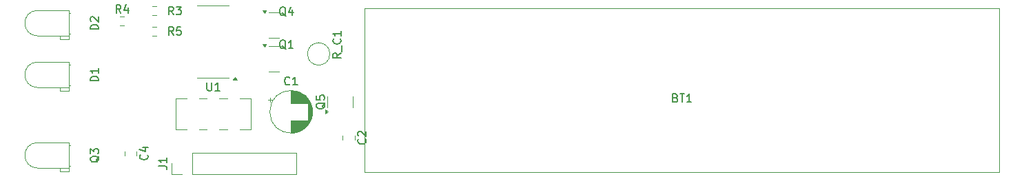
<source format=gbr>
%TF.GenerationSoftware,KiCad,Pcbnew,8.0.3-8.0.3-0~ubuntu20.04.1*%
%TF.CreationDate,2024-07-18T21:29:04-04:00*%
%TF.ProjectId,schematics,73636865-6d61-4746-9963-732e6b696361,rev?*%
%TF.SameCoordinates,Original*%
%TF.FileFunction,Legend,Top*%
%TF.FilePolarity,Positive*%
%FSLAX46Y46*%
G04 Gerber Fmt 4.6, Leading zero omitted, Abs format (unit mm)*
G04 Created by KiCad (PCBNEW 8.0.3-8.0.3-0~ubuntu20.04.1) date 2024-07-18 21:29:04*
%MOMM*%
%LPD*%
G01*
G04 APERTURE LIST*
%ADD10C,0.150000*%
%ADD11C,0.120000*%
G04 APERTURE END LIST*
D10*
X106481057Y-151019738D02*
X106433438Y-151114976D01*
X106433438Y-151114976D02*
X106338200Y-151210214D01*
X106338200Y-151210214D02*
X106195342Y-151353071D01*
X106195342Y-151353071D02*
X106147723Y-151448309D01*
X106147723Y-151448309D02*
X106147723Y-151543547D01*
X106385819Y-151495928D02*
X106338200Y-151591166D01*
X106338200Y-151591166D02*
X106242961Y-151686404D01*
X106242961Y-151686404D02*
X106052485Y-151734023D01*
X106052485Y-151734023D02*
X105719152Y-151734023D01*
X105719152Y-151734023D02*
X105528676Y-151686404D01*
X105528676Y-151686404D02*
X105433438Y-151591166D01*
X105433438Y-151591166D02*
X105385819Y-151495928D01*
X105385819Y-151495928D02*
X105385819Y-151305452D01*
X105385819Y-151305452D02*
X105433438Y-151210214D01*
X105433438Y-151210214D02*
X105528676Y-151114976D01*
X105528676Y-151114976D02*
X105719152Y-151067357D01*
X105719152Y-151067357D02*
X106052485Y-151067357D01*
X106052485Y-151067357D02*
X106242961Y-151114976D01*
X106242961Y-151114976D02*
X106338200Y-151210214D01*
X106338200Y-151210214D02*
X106385819Y-151305452D01*
X106385819Y-151305452D02*
X106385819Y-151495928D01*
X105385819Y-150162595D02*
X105385819Y-150638785D01*
X105385819Y-150638785D02*
X105862009Y-150686404D01*
X105862009Y-150686404D02*
X105814390Y-150638785D01*
X105814390Y-150638785D02*
X105766771Y-150543547D01*
X105766771Y-150543547D02*
X105766771Y-150305452D01*
X105766771Y-150305452D02*
X105814390Y-150210214D01*
X105814390Y-150210214D02*
X105862009Y-150162595D01*
X105862009Y-150162595D02*
X105957247Y-150114976D01*
X105957247Y-150114976D02*
X106195342Y-150114976D01*
X106195342Y-150114976D02*
X106290580Y-150162595D01*
X106290580Y-150162595D02*
X106338200Y-150210214D01*
X106338200Y-150210214D02*
X106385819Y-150305452D01*
X106385819Y-150305452D02*
X106385819Y-150543547D01*
X106385819Y-150543547D02*
X106338200Y-150638785D01*
X106338200Y-150638785D02*
X106290580Y-150686404D01*
X84589580Y-157414166D02*
X84637200Y-157461785D01*
X84637200Y-157461785D02*
X84684819Y-157604642D01*
X84684819Y-157604642D02*
X84684819Y-157699880D01*
X84684819Y-157699880D02*
X84637200Y-157842737D01*
X84637200Y-157842737D02*
X84541961Y-157937975D01*
X84541961Y-157937975D02*
X84446723Y-157985594D01*
X84446723Y-157985594D02*
X84256247Y-158033213D01*
X84256247Y-158033213D02*
X84113390Y-158033213D01*
X84113390Y-158033213D02*
X83922914Y-157985594D01*
X83922914Y-157985594D02*
X83827676Y-157937975D01*
X83827676Y-157937975D02*
X83732438Y-157842737D01*
X83732438Y-157842737D02*
X83684819Y-157699880D01*
X83684819Y-157699880D02*
X83684819Y-157604642D01*
X83684819Y-157604642D02*
X83732438Y-157461785D01*
X83732438Y-157461785D02*
X83780057Y-157414166D01*
X84018152Y-156557023D02*
X84684819Y-156557023D01*
X83637200Y-156795118D02*
X84351485Y-157033213D01*
X84351485Y-157033213D02*
X84351485Y-156414166D01*
X111386580Y-155487666D02*
X111434200Y-155535285D01*
X111434200Y-155535285D02*
X111481819Y-155678142D01*
X111481819Y-155678142D02*
X111481819Y-155773380D01*
X111481819Y-155773380D02*
X111434200Y-155916237D01*
X111434200Y-155916237D02*
X111338961Y-156011475D01*
X111338961Y-156011475D02*
X111243723Y-156059094D01*
X111243723Y-156059094D02*
X111053247Y-156106713D01*
X111053247Y-156106713D02*
X110910390Y-156106713D01*
X110910390Y-156106713D02*
X110719914Y-156059094D01*
X110719914Y-156059094D02*
X110624676Y-156011475D01*
X110624676Y-156011475D02*
X110529438Y-155916237D01*
X110529438Y-155916237D02*
X110481819Y-155773380D01*
X110481819Y-155773380D02*
X110481819Y-155678142D01*
X110481819Y-155678142D02*
X110529438Y-155535285D01*
X110529438Y-155535285D02*
X110577057Y-155487666D01*
X110577057Y-155106713D02*
X110529438Y-155059094D01*
X110529438Y-155059094D02*
X110481819Y-154963856D01*
X110481819Y-154963856D02*
X110481819Y-154725761D01*
X110481819Y-154725761D02*
X110529438Y-154630523D01*
X110529438Y-154630523D02*
X110577057Y-154582904D01*
X110577057Y-154582904D02*
X110672295Y-154535285D01*
X110672295Y-154535285D02*
X110767533Y-154535285D01*
X110767533Y-154535285D02*
X110910390Y-154582904D01*
X110910390Y-154582904D02*
X111481819Y-155154332D01*
X111481819Y-155154332D02*
X111481819Y-154535285D01*
X108404819Y-144938619D02*
X107928628Y-145271952D01*
X108404819Y-145510047D02*
X107404819Y-145510047D01*
X107404819Y-145510047D02*
X107404819Y-145129095D01*
X107404819Y-145129095D02*
X107452438Y-145033857D01*
X107452438Y-145033857D02*
X107500057Y-144986238D01*
X107500057Y-144986238D02*
X107595295Y-144938619D01*
X107595295Y-144938619D02*
X107738152Y-144938619D01*
X107738152Y-144938619D02*
X107833390Y-144986238D01*
X107833390Y-144986238D02*
X107881009Y-145033857D01*
X107881009Y-145033857D02*
X107928628Y-145129095D01*
X107928628Y-145129095D02*
X107928628Y-145510047D01*
X108500057Y-144748143D02*
X108500057Y-143986238D01*
X108309580Y-143176714D02*
X108357200Y-143224333D01*
X108357200Y-143224333D02*
X108404819Y-143367190D01*
X108404819Y-143367190D02*
X108404819Y-143462428D01*
X108404819Y-143462428D02*
X108357200Y-143605285D01*
X108357200Y-143605285D02*
X108261961Y-143700523D01*
X108261961Y-143700523D02*
X108166723Y-143748142D01*
X108166723Y-143748142D02*
X107976247Y-143795761D01*
X107976247Y-143795761D02*
X107833390Y-143795761D01*
X107833390Y-143795761D02*
X107642914Y-143748142D01*
X107642914Y-143748142D02*
X107547676Y-143700523D01*
X107547676Y-143700523D02*
X107452438Y-143605285D01*
X107452438Y-143605285D02*
X107404819Y-143462428D01*
X107404819Y-143462428D02*
X107404819Y-143367190D01*
X107404819Y-143367190D02*
X107452438Y-143224333D01*
X107452438Y-143224333D02*
X107500057Y-143176714D01*
X108404819Y-142224333D02*
X108404819Y-142795761D01*
X108404819Y-142510047D02*
X107404819Y-142510047D01*
X107404819Y-142510047D02*
X107547676Y-142605285D01*
X107547676Y-142605285D02*
X107642914Y-142700523D01*
X107642914Y-142700523D02*
X107690533Y-142795761D01*
X101631761Y-144441057D02*
X101536523Y-144393438D01*
X101536523Y-144393438D02*
X101441285Y-144298200D01*
X101441285Y-144298200D02*
X101298428Y-144155342D01*
X101298428Y-144155342D02*
X101203190Y-144107723D01*
X101203190Y-144107723D02*
X101107952Y-144107723D01*
X101155571Y-144345819D02*
X101060333Y-144298200D01*
X101060333Y-144298200D02*
X100965095Y-144202961D01*
X100965095Y-144202961D02*
X100917476Y-144012485D01*
X100917476Y-144012485D02*
X100917476Y-143679152D01*
X100917476Y-143679152D02*
X100965095Y-143488676D01*
X100965095Y-143488676D02*
X101060333Y-143393438D01*
X101060333Y-143393438D02*
X101155571Y-143345819D01*
X101155571Y-143345819D02*
X101346047Y-143345819D01*
X101346047Y-143345819D02*
X101441285Y-143393438D01*
X101441285Y-143393438D02*
X101536523Y-143488676D01*
X101536523Y-143488676D02*
X101584142Y-143679152D01*
X101584142Y-143679152D02*
X101584142Y-144012485D01*
X101584142Y-144012485D02*
X101536523Y-144202961D01*
X101536523Y-144202961D02*
X101441285Y-144298200D01*
X101441285Y-144298200D02*
X101346047Y-144345819D01*
X101346047Y-144345819D02*
X101155571Y-144345819D01*
X102536523Y-144345819D02*
X101965095Y-144345819D01*
X102250809Y-144345819D02*
X102250809Y-143345819D01*
X102250809Y-143345819D02*
X102155571Y-143488676D01*
X102155571Y-143488676D02*
X102060333Y-143583914D01*
X102060333Y-143583914D02*
X101965095Y-143631533D01*
X86024819Y-158829333D02*
X86739104Y-158829333D01*
X86739104Y-158829333D02*
X86881961Y-158876952D01*
X86881961Y-158876952D02*
X86977200Y-158972190D01*
X86977200Y-158972190D02*
X87024819Y-159115047D01*
X87024819Y-159115047D02*
X87024819Y-159210285D01*
X87024819Y-157829333D02*
X87024819Y-158400761D01*
X87024819Y-158115047D02*
X86024819Y-158115047D01*
X86024819Y-158115047D02*
X86167676Y-158210285D01*
X86167676Y-158210285D02*
X86262914Y-158305523D01*
X86262914Y-158305523D02*
X86310533Y-158400761D01*
X101631761Y-140377057D02*
X101536523Y-140329438D01*
X101536523Y-140329438D02*
X101441285Y-140234200D01*
X101441285Y-140234200D02*
X101298428Y-140091342D01*
X101298428Y-140091342D02*
X101203190Y-140043723D01*
X101203190Y-140043723D02*
X101107952Y-140043723D01*
X101155571Y-140281819D02*
X101060333Y-140234200D01*
X101060333Y-140234200D02*
X100965095Y-140138961D01*
X100965095Y-140138961D02*
X100917476Y-139948485D01*
X100917476Y-139948485D02*
X100917476Y-139615152D01*
X100917476Y-139615152D02*
X100965095Y-139424676D01*
X100965095Y-139424676D02*
X101060333Y-139329438D01*
X101060333Y-139329438D02*
X101155571Y-139281819D01*
X101155571Y-139281819D02*
X101346047Y-139281819D01*
X101346047Y-139281819D02*
X101441285Y-139329438D01*
X101441285Y-139329438D02*
X101536523Y-139424676D01*
X101536523Y-139424676D02*
X101584142Y-139615152D01*
X101584142Y-139615152D02*
X101584142Y-139948485D01*
X101584142Y-139948485D02*
X101536523Y-140138961D01*
X101536523Y-140138961D02*
X101441285Y-140234200D01*
X101441285Y-140234200D02*
X101346047Y-140281819D01*
X101346047Y-140281819D02*
X101155571Y-140281819D01*
X102441285Y-139615152D02*
X102441285Y-140281819D01*
X102203190Y-139234200D02*
X101965095Y-139948485D01*
X101965095Y-139948485D02*
X102584142Y-139948485D01*
X87833333Y-142704819D02*
X87500000Y-142228628D01*
X87261905Y-142704819D02*
X87261905Y-141704819D01*
X87261905Y-141704819D02*
X87642857Y-141704819D01*
X87642857Y-141704819D02*
X87738095Y-141752438D01*
X87738095Y-141752438D02*
X87785714Y-141800057D01*
X87785714Y-141800057D02*
X87833333Y-141895295D01*
X87833333Y-141895295D02*
X87833333Y-142038152D01*
X87833333Y-142038152D02*
X87785714Y-142133390D01*
X87785714Y-142133390D02*
X87738095Y-142181009D01*
X87738095Y-142181009D02*
X87642857Y-142228628D01*
X87642857Y-142228628D02*
X87261905Y-142228628D01*
X88738095Y-141704819D02*
X88261905Y-141704819D01*
X88261905Y-141704819D02*
X88214286Y-142181009D01*
X88214286Y-142181009D02*
X88261905Y-142133390D01*
X88261905Y-142133390D02*
X88357143Y-142085771D01*
X88357143Y-142085771D02*
X88595238Y-142085771D01*
X88595238Y-142085771D02*
X88690476Y-142133390D01*
X88690476Y-142133390D02*
X88738095Y-142181009D01*
X88738095Y-142181009D02*
X88785714Y-142276247D01*
X88785714Y-142276247D02*
X88785714Y-142514342D01*
X88785714Y-142514342D02*
X88738095Y-142609580D01*
X88738095Y-142609580D02*
X88690476Y-142657200D01*
X88690476Y-142657200D02*
X88595238Y-142704819D01*
X88595238Y-142704819D02*
X88357143Y-142704819D01*
X88357143Y-142704819D02*
X88261905Y-142657200D01*
X88261905Y-142657200D02*
X88214286Y-142609580D01*
X102113221Y-148755580D02*
X102065602Y-148803200D01*
X102065602Y-148803200D02*
X101922745Y-148850819D01*
X101922745Y-148850819D02*
X101827507Y-148850819D01*
X101827507Y-148850819D02*
X101684650Y-148803200D01*
X101684650Y-148803200D02*
X101589412Y-148707961D01*
X101589412Y-148707961D02*
X101541793Y-148612723D01*
X101541793Y-148612723D02*
X101494174Y-148422247D01*
X101494174Y-148422247D02*
X101494174Y-148279390D01*
X101494174Y-148279390D02*
X101541793Y-148088914D01*
X101541793Y-148088914D02*
X101589412Y-147993676D01*
X101589412Y-147993676D02*
X101684650Y-147898438D01*
X101684650Y-147898438D02*
X101827507Y-147850819D01*
X101827507Y-147850819D02*
X101922745Y-147850819D01*
X101922745Y-147850819D02*
X102065602Y-147898438D01*
X102065602Y-147898438D02*
X102113221Y-147946057D01*
X103065602Y-148850819D02*
X102494174Y-148850819D01*
X102779888Y-148850819D02*
X102779888Y-147850819D01*
X102779888Y-147850819D02*
X102684650Y-147993676D01*
X102684650Y-147993676D02*
X102589412Y-148088914D01*
X102589412Y-148088914D02*
X102494174Y-148136533D01*
X81367333Y-139994819D02*
X81034000Y-139518628D01*
X80795905Y-139994819D02*
X80795905Y-138994819D01*
X80795905Y-138994819D02*
X81176857Y-138994819D01*
X81176857Y-138994819D02*
X81272095Y-139042438D01*
X81272095Y-139042438D02*
X81319714Y-139090057D01*
X81319714Y-139090057D02*
X81367333Y-139185295D01*
X81367333Y-139185295D02*
X81367333Y-139328152D01*
X81367333Y-139328152D02*
X81319714Y-139423390D01*
X81319714Y-139423390D02*
X81272095Y-139471009D01*
X81272095Y-139471009D02*
X81176857Y-139518628D01*
X81176857Y-139518628D02*
X80795905Y-139518628D01*
X82224476Y-139328152D02*
X82224476Y-139994819D01*
X81986381Y-138947200D02*
X81748286Y-139661485D01*
X81748286Y-139661485D02*
X82367333Y-139661485D01*
X78614819Y-148332094D02*
X77614819Y-148332094D01*
X77614819Y-148332094D02*
X77614819Y-148093999D01*
X77614819Y-148093999D02*
X77662438Y-147951142D01*
X77662438Y-147951142D02*
X77757676Y-147855904D01*
X77757676Y-147855904D02*
X77852914Y-147808285D01*
X77852914Y-147808285D02*
X78043390Y-147760666D01*
X78043390Y-147760666D02*
X78186247Y-147760666D01*
X78186247Y-147760666D02*
X78376723Y-147808285D01*
X78376723Y-147808285D02*
X78471961Y-147855904D01*
X78471961Y-147855904D02*
X78567200Y-147951142D01*
X78567200Y-147951142D02*
X78614819Y-148093999D01*
X78614819Y-148093999D02*
X78614819Y-148332094D01*
X78614819Y-146808285D02*
X78614819Y-147379713D01*
X78614819Y-147093999D02*
X77614819Y-147093999D01*
X77614819Y-147093999D02*
X77757676Y-147189237D01*
X77757676Y-147189237D02*
X77852914Y-147284475D01*
X77852914Y-147284475D02*
X77900533Y-147379713D01*
X91948095Y-148552819D02*
X91948095Y-149362342D01*
X91948095Y-149362342D02*
X91995714Y-149457580D01*
X91995714Y-149457580D02*
X92043333Y-149505200D01*
X92043333Y-149505200D02*
X92138571Y-149552819D01*
X92138571Y-149552819D02*
X92329047Y-149552819D01*
X92329047Y-149552819D02*
X92424285Y-149505200D01*
X92424285Y-149505200D02*
X92471904Y-149457580D01*
X92471904Y-149457580D02*
X92519523Y-149362342D01*
X92519523Y-149362342D02*
X92519523Y-148552819D01*
X93519523Y-149552819D02*
X92948095Y-149552819D01*
X93233809Y-149552819D02*
X93233809Y-148552819D01*
X93233809Y-148552819D02*
X93138571Y-148695676D01*
X93138571Y-148695676D02*
X93043333Y-148790914D01*
X93043333Y-148790914D02*
X92948095Y-148838533D01*
X78614819Y-141982094D02*
X77614819Y-141982094D01*
X77614819Y-141982094D02*
X77614819Y-141743999D01*
X77614819Y-141743999D02*
X77662438Y-141601142D01*
X77662438Y-141601142D02*
X77757676Y-141505904D01*
X77757676Y-141505904D02*
X77852914Y-141458285D01*
X77852914Y-141458285D02*
X78043390Y-141410666D01*
X78043390Y-141410666D02*
X78186247Y-141410666D01*
X78186247Y-141410666D02*
X78376723Y-141458285D01*
X78376723Y-141458285D02*
X78471961Y-141505904D01*
X78471961Y-141505904D02*
X78567200Y-141601142D01*
X78567200Y-141601142D02*
X78614819Y-141743999D01*
X78614819Y-141743999D02*
X78614819Y-141982094D01*
X77710057Y-141029713D02*
X77662438Y-140982094D01*
X77662438Y-140982094D02*
X77614819Y-140886856D01*
X77614819Y-140886856D02*
X77614819Y-140648761D01*
X77614819Y-140648761D02*
X77662438Y-140553523D01*
X77662438Y-140553523D02*
X77710057Y-140505904D01*
X77710057Y-140505904D02*
X77805295Y-140458285D01*
X77805295Y-140458285D02*
X77900533Y-140458285D01*
X77900533Y-140458285D02*
X78043390Y-140505904D01*
X78043390Y-140505904D02*
X78614819Y-141077332D01*
X78614819Y-141077332D02*
X78614819Y-140458285D01*
X78710057Y-157595238D02*
X78662438Y-157690476D01*
X78662438Y-157690476D02*
X78567200Y-157785714D01*
X78567200Y-157785714D02*
X78424342Y-157928571D01*
X78424342Y-157928571D02*
X78376723Y-158023809D01*
X78376723Y-158023809D02*
X78376723Y-158119047D01*
X78614819Y-158071428D02*
X78567200Y-158166666D01*
X78567200Y-158166666D02*
X78471961Y-158261904D01*
X78471961Y-158261904D02*
X78281485Y-158309523D01*
X78281485Y-158309523D02*
X77948152Y-158309523D01*
X77948152Y-158309523D02*
X77757676Y-158261904D01*
X77757676Y-158261904D02*
X77662438Y-158166666D01*
X77662438Y-158166666D02*
X77614819Y-158071428D01*
X77614819Y-158071428D02*
X77614819Y-157880952D01*
X77614819Y-157880952D02*
X77662438Y-157785714D01*
X77662438Y-157785714D02*
X77757676Y-157690476D01*
X77757676Y-157690476D02*
X77948152Y-157642857D01*
X77948152Y-157642857D02*
X78281485Y-157642857D01*
X78281485Y-157642857D02*
X78471961Y-157690476D01*
X78471961Y-157690476D02*
X78567200Y-157785714D01*
X78567200Y-157785714D02*
X78614819Y-157880952D01*
X78614819Y-157880952D02*
X78614819Y-158071428D01*
X77614819Y-157309523D02*
X77614819Y-156690476D01*
X77614819Y-156690476D02*
X77995771Y-157023809D01*
X77995771Y-157023809D02*
X77995771Y-156880952D01*
X77995771Y-156880952D02*
X78043390Y-156785714D01*
X78043390Y-156785714D02*
X78091009Y-156738095D01*
X78091009Y-156738095D02*
X78186247Y-156690476D01*
X78186247Y-156690476D02*
X78424342Y-156690476D01*
X78424342Y-156690476D02*
X78519580Y-156738095D01*
X78519580Y-156738095D02*
X78567200Y-156785714D01*
X78567200Y-156785714D02*
X78614819Y-156880952D01*
X78614819Y-156880952D02*
X78614819Y-157166666D01*
X78614819Y-157166666D02*
X78567200Y-157261904D01*
X78567200Y-157261904D02*
X78519580Y-157309523D01*
X87833333Y-140204819D02*
X87500000Y-139728628D01*
X87261905Y-140204819D02*
X87261905Y-139204819D01*
X87261905Y-139204819D02*
X87642857Y-139204819D01*
X87642857Y-139204819D02*
X87738095Y-139252438D01*
X87738095Y-139252438D02*
X87785714Y-139300057D01*
X87785714Y-139300057D02*
X87833333Y-139395295D01*
X87833333Y-139395295D02*
X87833333Y-139538152D01*
X87833333Y-139538152D02*
X87785714Y-139633390D01*
X87785714Y-139633390D02*
X87738095Y-139681009D01*
X87738095Y-139681009D02*
X87642857Y-139728628D01*
X87642857Y-139728628D02*
X87261905Y-139728628D01*
X88166667Y-139204819D02*
X88785714Y-139204819D01*
X88785714Y-139204819D02*
X88452381Y-139585771D01*
X88452381Y-139585771D02*
X88595238Y-139585771D01*
X88595238Y-139585771D02*
X88690476Y-139633390D01*
X88690476Y-139633390D02*
X88738095Y-139681009D01*
X88738095Y-139681009D02*
X88785714Y-139776247D01*
X88785714Y-139776247D02*
X88785714Y-140014342D01*
X88785714Y-140014342D02*
X88738095Y-140109580D01*
X88738095Y-140109580D02*
X88690476Y-140157200D01*
X88690476Y-140157200D02*
X88595238Y-140204819D01*
X88595238Y-140204819D02*
X88309524Y-140204819D01*
X88309524Y-140204819D02*
X88214286Y-140157200D01*
X88214286Y-140157200D02*
X88166667Y-140109580D01*
X149514285Y-150431009D02*
X149657142Y-150478628D01*
X149657142Y-150478628D02*
X149704761Y-150526247D01*
X149704761Y-150526247D02*
X149752380Y-150621485D01*
X149752380Y-150621485D02*
X149752380Y-150764342D01*
X149752380Y-150764342D02*
X149704761Y-150859580D01*
X149704761Y-150859580D02*
X149657142Y-150907200D01*
X149657142Y-150907200D02*
X149561904Y-150954819D01*
X149561904Y-150954819D02*
X149180952Y-150954819D01*
X149180952Y-150954819D02*
X149180952Y-149954819D01*
X149180952Y-149954819D02*
X149514285Y-149954819D01*
X149514285Y-149954819D02*
X149609523Y-150002438D01*
X149609523Y-150002438D02*
X149657142Y-150050057D01*
X149657142Y-150050057D02*
X149704761Y-150145295D01*
X149704761Y-150145295D02*
X149704761Y-150240533D01*
X149704761Y-150240533D02*
X149657142Y-150335771D01*
X149657142Y-150335771D02*
X149609523Y-150383390D01*
X149609523Y-150383390D02*
X149514285Y-150431009D01*
X149514285Y-150431009D02*
X149180952Y-150431009D01*
X150038095Y-149954819D02*
X150609523Y-149954819D01*
X150323809Y-150954819D02*
X150323809Y-149954819D01*
X151466666Y-150954819D02*
X150895238Y-150954819D01*
X151180952Y-150954819D02*
X151180952Y-149954819D01*
X151180952Y-149954819D02*
X151085714Y-150097676D01*
X151085714Y-150097676D02*
X150990476Y-150192914D01*
X150990476Y-150192914D02*
X150895238Y-150240533D01*
D11*
%TO.C,Q5*%
X109891000Y-150924500D02*
X109891000Y-150274500D01*
X109891000Y-150924500D02*
X109891000Y-151574500D01*
X106771000Y-150924500D02*
X106771000Y-150274500D01*
X106771000Y-150924500D02*
X106771000Y-151574500D01*
X106821000Y-152087000D02*
X106491000Y-152327000D01*
X106491000Y-151847000D01*
X106821000Y-152087000D01*
G36*
X106821000Y-152087000D02*
G01*
X106491000Y-152327000D01*
X106491000Y-151847000D01*
X106821000Y-152087000D01*
G37*
%TO.C,C4*%
X83285000Y-156986248D02*
X83285000Y-157508752D01*
X81815000Y-156986248D02*
X81815000Y-157508752D01*
%TO.C,C2*%
X110082000Y-155059748D02*
X110082000Y-155582252D01*
X108612000Y-155059748D02*
X108612000Y-155582252D01*
%TO.C,R_C1*%
X105664000Y-143664000D02*
X105664000Y-143594000D01*
X107034000Y-145034000D02*
G75*
G02*
X104294000Y-145034000I-1370000J0D01*
G01*
X104294000Y-145034000D02*
G75*
G02*
X107034000Y-145034000I1370000J0D01*
G01*
%TO.C,Q1*%
X100154500Y-144109000D02*
X99504500Y-144109000D01*
X100154500Y-144109000D02*
X100804500Y-144109000D01*
X100154500Y-147229000D02*
X99504500Y-147229000D01*
X100154500Y-147229000D02*
X100804500Y-147229000D01*
X98992000Y-144159000D02*
X98752000Y-143829000D01*
X99232000Y-143829000D01*
X98992000Y-144159000D01*
G36*
X98992000Y-144159000D02*
G01*
X98752000Y-143829000D01*
X99232000Y-143829000D01*
X98992000Y-144159000D01*
G37*
%TO.C,J1*%
X87570000Y-159826000D02*
X87570000Y-158496000D01*
X88900000Y-159826000D02*
X87570000Y-159826000D01*
X90170000Y-157166000D02*
X102930000Y-157166000D01*
X90170000Y-159826000D02*
X90170000Y-157166000D01*
X90170000Y-159826000D02*
X102930000Y-159826000D01*
X102930000Y-159826000D02*
X102930000Y-157166000D01*
%TO.C,Q4*%
X100154500Y-139918000D02*
X99504500Y-139918000D01*
X100154500Y-139918000D02*
X100804500Y-139918000D01*
X100154500Y-143038000D02*
X99504500Y-143038000D01*
X100154500Y-143038000D02*
X100804500Y-143038000D01*
X98992000Y-139968000D02*
X98752000Y-139638000D01*
X99232000Y-139638000D01*
X98992000Y-139968000D01*
G36*
X98992000Y-139968000D02*
G01*
X98752000Y-139638000D01*
X99232000Y-139638000D01*
X98992000Y-139968000D01*
G37*
%TO.C,R5*%
X85192776Y-141717500D02*
X85702224Y-141717500D01*
X85192776Y-142762500D02*
X85702224Y-142762500D01*
%TO.C,C1*%
X99475113Y-150671000D02*
X99975113Y-150671000D01*
X99725113Y-150421000D02*
X99725113Y-150921000D01*
X102279888Y-149566000D02*
X102279888Y-151106000D01*
X102279888Y-153186000D02*
X102279888Y-154726000D01*
X102319888Y-149566000D02*
X102319888Y-151106000D01*
X102319888Y-153186000D02*
X102319888Y-154726000D01*
X102359888Y-149567000D02*
X102359888Y-151106000D01*
X102359888Y-153186000D02*
X102359888Y-154725000D01*
X102399888Y-149568000D02*
X102399888Y-151106000D01*
X102399888Y-153186000D02*
X102399888Y-154724000D01*
X102439888Y-149570000D02*
X102439888Y-151106000D01*
X102439888Y-153186000D02*
X102439888Y-154722000D01*
X102479888Y-149573000D02*
X102479888Y-151106000D01*
X102479888Y-153186000D02*
X102479888Y-154719000D01*
X102519888Y-149577000D02*
X102519888Y-151106000D01*
X102519888Y-153186000D02*
X102519888Y-154715000D01*
X102559888Y-149581000D02*
X102559888Y-151106000D01*
X102559888Y-153186000D02*
X102559888Y-154711000D01*
X102599888Y-149585000D02*
X102599888Y-151106000D01*
X102599888Y-153186000D02*
X102599888Y-154707000D01*
X102639888Y-149590000D02*
X102639888Y-151106000D01*
X102639888Y-153186000D02*
X102639888Y-154702000D01*
X102679888Y-149596000D02*
X102679888Y-151106000D01*
X102679888Y-153186000D02*
X102679888Y-154696000D01*
X102719888Y-149603000D02*
X102719888Y-151106000D01*
X102719888Y-153186000D02*
X102719888Y-154689000D01*
X102759888Y-149610000D02*
X102759888Y-151106000D01*
X102759888Y-153186000D02*
X102759888Y-154682000D01*
X102799888Y-149618000D02*
X102799888Y-151106000D01*
X102799888Y-153186000D02*
X102799888Y-154674000D01*
X102839888Y-149626000D02*
X102839888Y-151106000D01*
X102839888Y-153186000D02*
X102839888Y-154666000D01*
X102879888Y-149635000D02*
X102879888Y-151106000D01*
X102879888Y-153186000D02*
X102879888Y-154657000D01*
X102919888Y-149645000D02*
X102919888Y-151106000D01*
X102919888Y-153186000D02*
X102919888Y-154647000D01*
X102959888Y-149655000D02*
X102959888Y-151106000D01*
X102959888Y-153186000D02*
X102959888Y-154637000D01*
X103000888Y-149666000D02*
X103000888Y-151106000D01*
X103000888Y-153186000D02*
X103000888Y-154626000D01*
X103040888Y-149678000D02*
X103040888Y-151106000D01*
X103040888Y-153186000D02*
X103040888Y-154614000D01*
X103080888Y-149691000D02*
X103080888Y-151106000D01*
X103080888Y-153186000D02*
X103080888Y-154601000D01*
X103120888Y-149704000D02*
X103120888Y-151106000D01*
X103120888Y-153186000D02*
X103120888Y-154588000D01*
X103160888Y-149718000D02*
X103160888Y-151106000D01*
X103160888Y-153186000D02*
X103160888Y-154574000D01*
X103200888Y-149732000D02*
X103200888Y-151106000D01*
X103200888Y-153186000D02*
X103200888Y-154560000D01*
X103240888Y-149748000D02*
X103240888Y-151106000D01*
X103240888Y-153186000D02*
X103240888Y-154544000D01*
X103280888Y-149764000D02*
X103280888Y-151106000D01*
X103280888Y-153186000D02*
X103280888Y-154528000D01*
X103320888Y-149781000D02*
X103320888Y-151106000D01*
X103320888Y-153186000D02*
X103320888Y-154511000D01*
X103360888Y-149798000D02*
X103360888Y-151106000D01*
X103360888Y-153186000D02*
X103360888Y-154494000D01*
X103400888Y-149817000D02*
X103400888Y-151106000D01*
X103400888Y-153186000D02*
X103400888Y-154475000D01*
X103440888Y-149836000D02*
X103440888Y-151106000D01*
X103440888Y-153186000D02*
X103440888Y-154456000D01*
X103480888Y-149856000D02*
X103480888Y-151106000D01*
X103480888Y-153186000D02*
X103480888Y-154436000D01*
X103520888Y-149878000D02*
X103520888Y-151106000D01*
X103520888Y-153186000D02*
X103520888Y-154414000D01*
X103560888Y-149899000D02*
X103560888Y-151106000D01*
X103560888Y-153186000D02*
X103560888Y-154393000D01*
X103600888Y-149922000D02*
X103600888Y-151106000D01*
X103600888Y-153186000D02*
X103600888Y-154370000D01*
X103640888Y-149946000D02*
X103640888Y-151106000D01*
X103640888Y-153186000D02*
X103640888Y-154346000D01*
X103680888Y-149971000D02*
X103680888Y-151106000D01*
X103680888Y-153186000D02*
X103680888Y-154321000D01*
X103720888Y-149997000D02*
X103720888Y-151106000D01*
X103720888Y-153186000D02*
X103720888Y-154295000D01*
X103760888Y-150024000D02*
X103760888Y-151106000D01*
X103760888Y-153186000D02*
X103760888Y-154268000D01*
X103800888Y-150051000D02*
X103800888Y-151106000D01*
X103800888Y-153186000D02*
X103800888Y-154241000D01*
X103840888Y-150081000D02*
X103840888Y-151106000D01*
X103840888Y-153186000D02*
X103840888Y-154211000D01*
X103880888Y-150111000D02*
X103880888Y-151106000D01*
X103880888Y-153186000D02*
X103880888Y-154181000D01*
X103920888Y-150142000D02*
X103920888Y-151106000D01*
X103920888Y-153186000D02*
X103920888Y-154150000D01*
X103960888Y-150175000D02*
X103960888Y-151106000D01*
X103960888Y-153186000D02*
X103960888Y-154117000D01*
X104000888Y-150209000D02*
X104000888Y-151106000D01*
X104000888Y-153186000D02*
X104000888Y-154083000D01*
X104040888Y-150245000D02*
X104040888Y-151106000D01*
X104040888Y-153186000D02*
X104040888Y-154047000D01*
X104080888Y-150282000D02*
X104080888Y-151106000D01*
X104080888Y-153186000D02*
X104080888Y-154010000D01*
X104120888Y-150320000D02*
X104120888Y-151106000D01*
X104120888Y-153186000D02*
X104120888Y-153972000D01*
X104160888Y-150361000D02*
X104160888Y-151106000D01*
X104160888Y-153186000D02*
X104160888Y-153931000D01*
X104200888Y-150403000D02*
X104200888Y-151106000D01*
X104200888Y-153186000D02*
X104200888Y-153889000D01*
X104240888Y-150447000D02*
X104240888Y-151106000D01*
X104240888Y-153186000D02*
X104240888Y-153845000D01*
X104280888Y-150493000D02*
X104280888Y-151106000D01*
X104280888Y-153186000D02*
X104280888Y-153799000D01*
X104320888Y-150541000D02*
X104320888Y-153751000D01*
X104360888Y-150592000D02*
X104360888Y-153700000D01*
X104400888Y-150646000D02*
X104400888Y-153646000D01*
X104440888Y-150703000D02*
X104440888Y-153589000D01*
X104480888Y-150763000D02*
X104480888Y-153529000D01*
X104520888Y-150827000D02*
X104520888Y-153465000D01*
X104560888Y-150895000D02*
X104560888Y-153397000D01*
X104600888Y-150968000D02*
X104600888Y-153324000D01*
X104640888Y-151048000D02*
X104640888Y-153244000D01*
X104680888Y-151135000D02*
X104680888Y-153157000D01*
X104720888Y-151231000D02*
X104720888Y-153061000D01*
X104760888Y-151341000D02*
X104760888Y-152951000D01*
X104800888Y-151469000D02*
X104800888Y-152823000D01*
X104840888Y-151628000D02*
X104840888Y-152664000D01*
X104880888Y-151862000D02*
X104880888Y-152430000D01*
X104899888Y-152146000D02*
G75*
G02*
X99659888Y-152146000I-2620000J0D01*
G01*
X99659888Y-152146000D02*
G75*
G02*
X104899888Y-152146000I2620000J0D01*
G01*
%TO.C,R4*%
X81279276Y-140447500D02*
X81788724Y-140447500D01*
X81279276Y-141492500D02*
X81788724Y-141492500D01*
%TO.C,SW1*%
X88100000Y-150490000D02*
X88100000Y-154310000D01*
X88100000Y-154310000D02*
X89450000Y-154310000D01*
X89450000Y-150490000D02*
X88100000Y-150490000D01*
X91950000Y-150490000D02*
X90970000Y-150490000D01*
X91950000Y-154310000D02*
X90970000Y-154310000D01*
X94450000Y-150490000D02*
X93470000Y-150490000D01*
X94450000Y-154310000D02*
X93470000Y-154310000D01*
X97320000Y-150490000D02*
X95970000Y-150490000D01*
X97320000Y-150490000D02*
X97320000Y-154310000D01*
X97320000Y-154310000D02*
X95970000Y-154310000D01*
%TO.C,D1*%
X73870000Y-149154000D02*
X74990000Y-149154000D01*
X73870000Y-149554000D02*
X73870000Y-149154000D01*
X74990000Y-146034000D02*
X71130000Y-146034000D01*
X74990000Y-146034000D02*
X74990000Y-149154000D01*
X74990000Y-146324000D02*
X74990000Y-146324000D01*
X74990000Y-146324000D02*
X75120000Y-146324000D01*
X74990000Y-148864000D02*
X74990000Y-148864000D01*
X74990000Y-148864000D02*
X75120000Y-148864000D01*
X74990000Y-149154000D02*
X71130000Y-149154000D01*
X74990000Y-149154000D02*
X74990000Y-149554000D01*
X74990000Y-149554000D02*
X73870000Y-149554000D01*
X75120000Y-146324000D02*
X74990000Y-146324000D01*
X75120000Y-146324000D02*
X75120000Y-146324000D01*
X75120000Y-148864000D02*
X74990000Y-148864000D01*
X75120000Y-148864000D02*
X75120000Y-148864000D01*
X71130000Y-149154000D02*
G75*
G02*
X71130000Y-146034000I0J1560000D01*
G01*
%TO.C,U1*%
X92710000Y-139075000D02*
X90760000Y-139075000D01*
X92710000Y-139075000D02*
X94660000Y-139075000D01*
X92710000Y-147945000D02*
X90760000Y-147945000D01*
X92710000Y-147945000D02*
X94660000Y-147945000D01*
X95650000Y-148210000D02*
X95170000Y-148210000D01*
X95410000Y-147880000D01*
X95650000Y-148210000D01*
G36*
X95650000Y-148210000D02*
G01*
X95170000Y-148210000D01*
X95410000Y-147880000D01*
X95650000Y-148210000D01*
G37*
%TO.C,D2*%
X73870000Y-142804000D02*
X74990000Y-142804000D01*
X73870000Y-143204000D02*
X73870000Y-142804000D01*
X74990000Y-139684000D02*
X71130000Y-139684000D01*
X74990000Y-139684000D02*
X74990000Y-142804000D01*
X74990000Y-139974000D02*
X74990000Y-139974000D01*
X74990000Y-139974000D02*
X75120000Y-139974000D01*
X74990000Y-142514000D02*
X74990000Y-142514000D01*
X74990000Y-142514000D02*
X75120000Y-142514000D01*
X74990000Y-142804000D02*
X71130000Y-142804000D01*
X74990000Y-142804000D02*
X74990000Y-143204000D01*
X74990000Y-143204000D02*
X73870000Y-143204000D01*
X75120000Y-139974000D02*
X74990000Y-139974000D01*
X75120000Y-139974000D02*
X75120000Y-139974000D01*
X75120000Y-142514000D02*
X74990000Y-142514000D01*
X75120000Y-142514000D02*
X75120000Y-142514000D01*
X71130000Y-142804000D02*
G75*
G02*
X71130000Y-139684000I0J1560000D01*
G01*
%TO.C,Q3*%
X73870000Y-159060000D02*
X74990000Y-159060000D01*
X73870000Y-159460000D02*
X73870000Y-159060000D01*
X74990000Y-155940000D02*
X71130000Y-155940000D01*
X74990000Y-155940000D02*
X74990000Y-159060000D01*
X74990000Y-156230000D02*
X74990000Y-156230000D01*
X74990000Y-156230000D02*
X75120000Y-156230000D01*
X74990000Y-158770000D02*
X74990000Y-158770000D01*
X74990000Y-158770000D02*
X75120000Y-158770000D01*
X74990000Y-159060000D02*
X71130000Y-159060000D01*
X74990000Y-159060000D02*
X74990000Y-159460000D01*
X74990000Y-159460000D02*
X73870000Y-159460000D01*
X75120000Y-156230000D02*
X74990000Y-156230000D01*
X75120000Y-156230000D02*
X75120000Y-156230000D01*
X75120000Y-158770000D02*
X74990000Y-158770000D01*
X75120000Y-158770000D02*
X75120000Y-158770000D01*
X71130000Y-159060000D02*
G75*
G02*
X71130000Y-155940000I0J1560000D01*
G01*
%TO.C,R3*%
X85192776Y-139177500D02*
X85702224Y-139177500D01*
X85192776Y-140222500D02*
X85702224Y-140222500D01*
%TO.C,BT1*%
X111300000Y-139450000D02*
X189300000Y-139450000D01*
X111300000Y-159550000D02*
X111300000Y-139450000D01*
X189300000Y-139450000D02*
X189300000Y-159550000D01*
X189300000Y-159550000D02*
X111300000Y-159550000D01*
%TD*%
M02*

</source>
